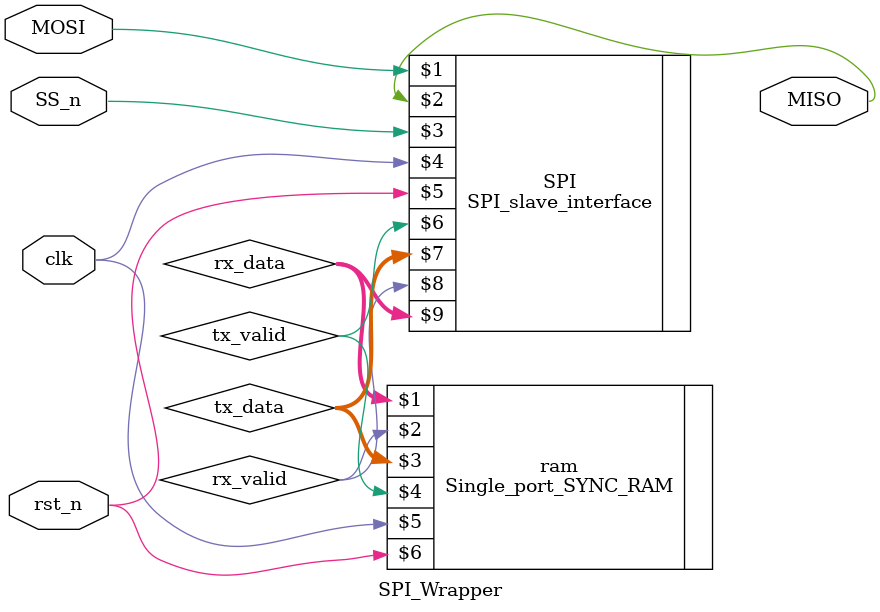
<source format=v>
module SPI_Wrapper (MOSI,SS_n,clk,rst_n,MISO);
// DEFINE PARAMETERS 
 parameter MEM_DEPTH = 256 ;
 parameter ADDR_SIZE = 8 ;
// DEFINE INPUTS
input MOSI,SS_n,clk,rst_n;
// DEFINE OUTPUT
output MISO;
// DEFINE INTERNAL WIRES 
wire [9:0] rx_data;
wire rx_valid,tx_valid;
wire [7:0] tx_data;
// INESTANTIATION RAM MODULE
Single_port_SYNC_RAM ram(rx_data,rx_valid,tx_data,tx_valid,clk,rst_n);
// INESTANTIATION SPI_slave_interface MODULE
SPI_slave_interface SPI(MOSI,MISO,SS_n,clk,rst_n,tx_valid,tx_data,rx_valid,rx_data);
endmodule
</source>
